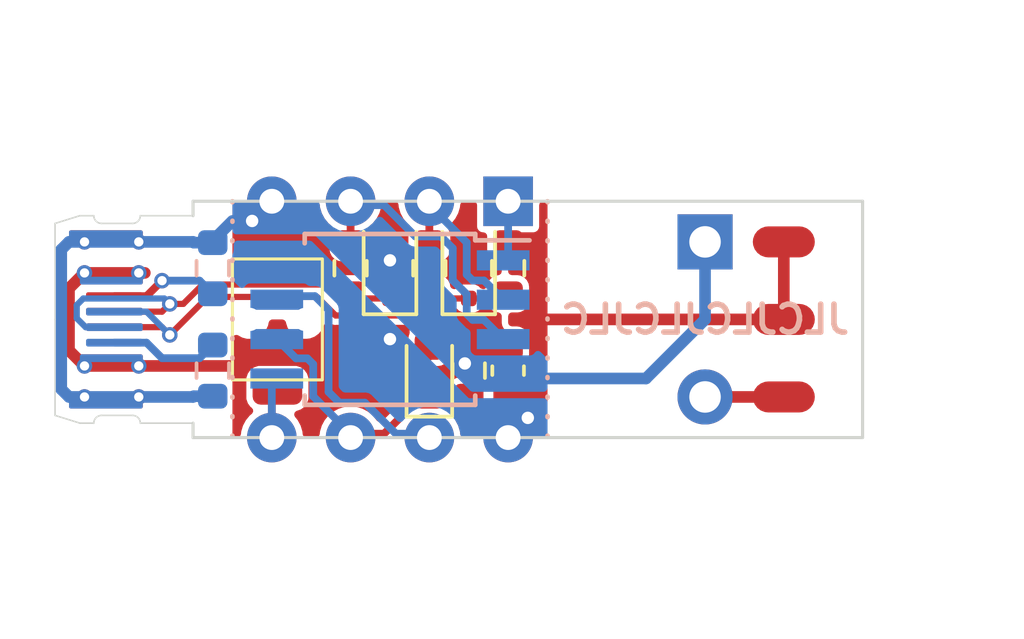
<source format=kicad_pcb>
(kicad_pcb (version 20221018) (generator pcbnew)
  (layers (0 "F.Cu" signal) (31 "B.Cu" signal) (34 "B.Paste" user) (35 "F.Paste" user) (36 "B.SilkS" user "B.Silkscreen") (37 "F.SilkS" user "F.Silkscreen") (38 "B.Mask" user) (39 "F.Mask" user) (44 "Edge.Cuts" user))
  (net 0 "")
  (net 1 "GND")
  (net 2 "PB1")
  (net 3 "D+")
  (net 4 "D-")
  (net 5 "PB0")
  (net 6 "PB2")
  (net 7 "Net-(D1-K)")
  (net 8 "PB4")
  (net 9 "PB3")
  (net 10 "Net-(J1-CC1)")
  (net 11 "Net-(J1-CC2)")
  (net 12 "EN")
  (net 13 "VCC")
  (net 14 "/Vedlc")
  (footprint "Library:sw" (layer "F.Cu") (at 119.05 100)
    (fp_text reference "SW2" hide)
    (fp_text value "SW_SPDT" hide)
    (pad "1" smd roundrect (at 0 -2.5) (size 2 1) (layers "F.Cu" "F.Paste" "F.Mask") (roundrect_rratio 0.5) (net 13 "VCC"))
    (pad "2" smd roundrect (at 0 0) (size 2 1) (layers "F.Cu" "F.Paste" "F.Mask") (roundrect_rratio 0.5) (net 13 "VCC"))
    (pad "3" smd roundrect (at 0 2.5) (size 2 1) (layers "F.Cu" "F.Paste" "F.Mask") (roundrect_rratio 0.5) (net 14 "/Vedlc"))
  )
  (footprint "LED_SMD:LED_0603_1608Metric" (layer "F.Cu") (at 107.62 101.651 90)
    (fp_text reference "D1" hide)
    (fp_text value "LED" hide)
    (fp_line (start -1.485 -0.735) (end -1.485 0.735) (stroke (width 0.12)) (layer "F.SilkS"))
    (fp_line (start -1.485 0.735) (end 0.8 0.735) (stroke (width 0.12)) (layer "F.SilkS"))
    (fp_line (start 0.8 -0.735) (end -1.485 -0.735) (stroke (width 0.12)) (layer "F.SilkS"))
    (pad "1" smd roundrect (at -0.7875 0 90) (size 0.875 0.95) (layers "F.Cu" "F.Paste" "F.Mask") (net 7 "Net-(D1-K)"))
    (pad "2" smd roundrect (at 0.7875 0 90) (size 0.875 0.95) (layers "F.Cu" "F.Paste" "F.Mask") (net 2 "PB1"))
  )
  (footprint "Package_DIP:DIP-8_W7.62mm_Socket" (layer "F.Cu") (at 110.16 96.19 -90)
    (fp_text reference "J2" hide)
    (fp_text value "OUT" hide)
    (pad "1" thru_hole rect (at 0 0 270) (size 1.6 1.6) (drill 0.8) (layers "*.Cu" "*.Mask") (net 12 "EN"))
    (pad "2" thru_hole oval (at 0 2.54 270) (size 1.6 1.6) (drill 0.8) (layers "*.Cu" "*.Mask") (net 9 "PB3"))
    (pad "3" thru_hole oval (at 0 5.08 270) (size 1.6 1.6) (drill 0.8) (layers "*.Cu" "*.Mask") (net 8 "PB4"))
    (pad "4" thru_hole oval (at 0 7.62 270) (size 1.6 1.6) (drill 0.8) (layers "*.Cu" "*.Mask") (net 1 "GND"))
    (pad "5" thru_hole oval (at 7.62 7.62 270) (size 1.6 1.6) (drill 0.8) (layers "*.Cu" "*.Mask") (net 5 "PB0"))
    (pad "6" thru_hole oval (at 7.62 5.08 270) (size 1.6 1.6) (drill 0.8) (layers "*.Cu" "*.Mask") (net 2 "PB1"))
    (pad "7" thru_hole oval (at 7.62 2.54 270) (size 1.6 1.6) (drill 0.8) (layers "*.Cu" "*.Mask") (net 6 "PB2"))
    (pad "8" thru_hole oval (at 7.62 0 270) (size 1.6 1.6) (drill 0.8) (layers "*.Cu" "*.Mask") (net 13 "VCC"))
  )
  (footprint "Resistor_SMD:R_0603_1608Metric" (layer "F.Cu") (at 108.89 101.651 90)
    (fp_text reference "R1" hide)
    (fp_text value "10k" hide)
    (fp_line (start -0.237258 -0.5225) (end 0.237258 -0.5225) (stroke (width 0.12)) (layer "F.SilkS"))
    (fp_line (start -0.237258 0.5225) (end 0.237258 0.5225) (stroke (width 0.12)) (layer "F.SilkS"))
    (pad "1" smd roundrect (at -0.825 0 90) (size 0.8 0.95) (layers "F.Cu" "F.Paste" "F.Mask") (net 7 "Net-(D1-K)"))
    (pad "2" smd roundrect (at 0.825 0 90) (size 0.8 0.95) (layers "F.Cu" "F.Paste" "F.Mask") (net 1 "GND"))
  )
  (footprint "Diode_SMD:D_SOD-323F" (layer "F.Cu") (at 108.89 98.224 90)
    (fp_text reference "D3" hide)
    (fp_text value "3.6" hide)
    (fp_line (start -1.61 -0.85) (end -1.61 0.85) (stroke (width 0.12)) (layer "F.SilkS"))
    (fp_line (start -1.61 -0.85) (end 1.05 -0.85) (stroke (width 0.12)) (layer "F.SilkS"))
    (fp_line (start -1.61 0.85) (end 1.05 0.85) (stroke (width 0.12)) (layer "F.SilkS"))
    (pad "1" smd roundrect (at -1.1 0 90) (size 0.5 0.5) (layers "F.Cu" "F.Paste" "F.Mask") (net 4 "D-"))
    (pad "2" smd roundrect (at 1.1 0 90) (size 0.5 0.5) (layers "F.Cu" "F.Paste" "F.Mask") (net 1 "GND"))
  )
  (footprint "Library:sw_push_smd" (layer "F.Cu") (at 102.72 100 90)
    (fp_text reference "SW1" hide)
    (fp_text value "SW_Push" hide)
    (fp_rect (start -1.95 -1.45) (end 1.95 1.45) (stroke (width 0.1)) (fill none) (layer "F.SilkS"))
    (pad "" np_thru_hole circle (at 0 -0.9 90) (size 0.75 0.75) (drill 0.75) (layers "F&B.Cu" "*.Mask"))
    (pad "" np_thru_hole circle (at 0 0.9 90) (size 0.75 0.75) (drill 0.75) (layers "F&B.Cu" "*.Mask"))
    (pad "1" smd roundrect (at 2.225 0 90) (size 1.05 1.6) (layers "F.Cu" "F.Paste" "F.Mask") (net 1 "GND"))
    (pad "2" smd roundrect (at -2.225 0 90) (size 1.05 1.6) (layers "F.Cu" "F.Paste" "F.Mask") (net 5 "PB0"))
  )
  (footprint "Resistor_SMD:R_0603_1608Metric" (layer "F.Cu") (at 110.16 98.349 -90)
    (fp_text reference "R4" hide)
    (fp_text value "1k5" hide)
    (fp_line (start -0.237258 -0.5225) (end 0.237258 -0.5225) (stroke (width 0.12)) (layer "F.SilkS"))
    (fp_line (start -0.237258 0.5225) (end 0.237258 0.5225) (stroke (width 0.12)) (layer "F.SilkS"))
    (pad "1" smd roundrect (at -0.825 0 270) (size 0.8 0.95) (layers "F.Cu" "F.Paste" "F.Mask") (net 13 "VCC"))
    (pad "2" smd roundrect (at 0.825 0 270) (size 0.8 0.95) (layers "F.Cu" "F.Paste" "F.Mask") (net 4 "D-"))
  )
  (footprint "Resistor_SMD:R_0603_1608Metric" (layer "F.Cu") (at 107.62 98.349 -90)
    (fp_text reference "R2" hide)
    (fp_text value "100" hide)
    (fp_line (start -0.237258 -0.5225) (end 0.237258 -0.5225) (stroke (width 0.12)) (layer "F.SilkS"))
    (fp_line (start -0.237258 0.5225) (end 0.237258 0.5225) (stroke (width 0.12)) (layer "F.SilkS"))
    (pad "1" smd roundrect (at -0.825 0 270) (size 0.8 0.95) (layers "F.Cu" "F.Paste" "F.Mask") (net 9 "PB3"))
    (pad "2" smd roundrect (at 0.825 0 270) (size 0.8 0.95) (layers "F.Cu" "F.Paste" "F.Mask") (net 4 "D-"))
  )
  (footprint "Library:USB-C" (layer "F.Cu") (at 100 100 180)
    (fp_text reference "J1" hide)
    (fp_text value "USB-C" hide)
    (fp_line (start 0 -3.345) (end 1.7 -3.345) (stroke (width 0.05)) (layer "Edge.Cuts"))
    (fp_line (start 0 3.345) (end 1.7 3.345) (stroke (width 0.05)) (layer "Edge.Cuts"))
    (fp_line (start 1.95 -3.095) (end 2.95 -3.095) (stroke (width 0.05)) (layer "Edge.Cuts"))
    (fp_line (start 1.95 3.095) (end 2.95 3.095) (stroke (width 0.05)) (layer "Edge.Cuts"))
    (fp_line (start 3.2 -3.345) (end 3.65 -3.345) (stroke (width 0.05)) (layer "Edge.Cuts"))
    (fp_line (start 3.2 3.345) (end 3.65 3.345) (stroke (width 0.05)) (layer "Edge.Cuts"))
    (fp_line (start 3.65 -3.345) (end 4.45 -3.095) (stroke (width 0.05)) (layer "Edge.Cuts"))
    (fp_line (start 3.65 3.345) (end 4.45 3.095) (stroke (width 0.05)) (layer "Edge.Cuts"))
    (fp_line (start 4.45 -3.095) (end 4.45 0) (stroke (width 0.05)) (layer "Edge.Cuts"))
    (fp_line (start 4.45 3.095) (end 4.45 0) (stroke (width 0.05)) (layer "Edge.Cuts"))
    (fp_arc (start 1.7 3.345) (mid 1.773223 3.168223) (end 1.95 3.095) (stroke (width 0.05)) (layer "Edge.Cuts"))
    (fp_arc (start 1.95 -3.095) (mid 1.773223 -3.168223) (end 1.7 -3.345) (stroke (width 0.05)) (layer "Edge.Cuts"))
    (fp_arc (start 2.95 3.095) (mid 3.126777 3.168223) (end 3.2 3.345) (stroke (width 0.05)) (layer "Edge.Cuts"))
    (fp_arc (start 3.2 -3.345) (mid 3.126777 -3.168223) (end 2.95 -3.095) (stroke (width 0.05)) (layer "Edge.Cuts"))
    (pad "1" smd roundrect (at 2.81 -2.75 180) (size 2.38 0.25) (layers "F.Cu" "F.Paste" "F.Mask") (net 1 "GND"))
    (pad "1" smd roundrect (at 2.81 -2.75 180) (size 2.38 0.25) (layers "B.Cu" "B.Paste" "B.Mask") (net 1 "GND"))
    (pad "1" smd roundrect (at 2.81 2.75 180) (size 2.38 0.25) (layers "F.Cu" "F.Paste" "F.Mask") (net 1 "GND"))
    (pad "1" smd roundrect (at 2.81 2.75 180) (size 2.38 0.25) (layers "B.Cu" "B.Paste" "B.Mask") (net 1 "GND"))
    (pad "2" smd roundrect (at 2.535 -0.25 180) (size 1.83 0.25) (layers "B.Cu" "B.Paste" "B.Mask") (net 3 "D+"))
    (pad "2" smd roundrect (at 2.535 0.25 180) (size 1.83 0.25) (layers "F.Cu" "F.Paste" "F.Mask") (net 3 "D+"))
    (pad "3" smd roundrect (at 2.535 -0.25 180) (size 1.83 0.25) (layers "F.Cu" "F.Paste" "F.Mask") (net 4 "D-"))
    (pad "3" smd roundrect (at 2.535 0.25 180) (size 1.83 0.25) (layers "B.Cu" "B.Paste" "B.Mask") (net 4 "D-"))
    (pad "4" smd roundrect (at 2.635 -1.25 180) (size 2.03 0.25) (layers "F.Cu" "F.Paste" "F.Mask") (net 13 "VCC"))
    (pad "4" smd roundrect (at 2.635 -1.25 180) (size 2.03 0.25) (layers "B.Cu" "B.Paste" "B.Mask") (net 13 "VCC"))
    (pad "4" smd roundrect (at 2.635 1.25 180) (size 2.03 0.25) (layers "F.Cu" "F.Paste" "F.Mask") (net 13 "VCC"))
    (pad "4" smd roundrect (at 2.635 1.25 180) (size 2.03 0.25) (layers "B.Cu" "B.Paste" "B.Mask") (net 13 "VCC"))
    (pad "5" smd roundrect (at 2.535 0.75 180) (size 1.83 0.25) (layers "F.Cu" "F.Paste" "F.Mask") (net 10 "Net-(J1-CC1)"))
    (pad "6" smd roundrect (at 2.535 -0.75 180) (size 1.83 0.25) (layers "B.Cu" "B.Paste" "B.Mask") (net 11 "Net-(J1-CC2)"))
  )
  (footprint "Capacitor_SMD:C_0603_1608Metric" (layer "F.Cu") (at 110.16 101.651 90)
    (fp_text reference "C1" hide)
    (fp_text value "4u7" hide)
    (fp_line (start -0.14058 -0.51) (end 0.14058 -0.51) (stroke (width 0.12)) (layer "F.SilkS"))
    (fp_line (start -0.14058 0.51) (end 0.14058 0.51) (stroke (width 0.12)) (layer "F.SilkS"))
    (pad "1" smd roundrect (at -0.775 0 90) (size 0.9 0.95) (layers "F.Cu" "F.Paste" "F.Mask") (net 13 "VCC"))
    (pad "2" smd roundrect (at 0.775 0 90) (size 0.9 0.95) (layers "F.Cu" "F.Paste" "F.Mask") (net 1 "GND"))
  )
  (footprint "Diode_SMD:D_SOD-323F" (layer "F.Cu") (at 106.35 98.224 90)
    (fp_text reference "D2" hide)
    (fp_text value "3.6" hide)
    (fp_line (start -1.61 -0.85) (end -1.61 0.85) (stroke (width 0.12)) (layer "F.SilkS"))
    (fp_line (start -1.61 -0.85) (end 1.05 -0.85) (stroke (width 0.12)) (layer "F.SilkS"))
    (fp_line (start -1.61 0.85) (end 1.05 0.85) (stroke (width 0.12)) (layer "F.SilkS"))
    (pad "1" smd roundrect (at -1.1 0 90) (size 0.5 0.5) (layers "F.Cu" "F.Paste" "F.Mask") (net 3 "D+"))
    (pad "2" smd roundrect (at 1.1 0 90) (size 0.5 0.5) (layers "F.Cu" "F.Paste" "F.Mask") (net 1 "GND"))
  )
  (footprint "Library:edlc" (layer "F.Cu") (at 116.51 100 180)
    (fp_text reference "C2" hide)
    (fp_text value "1F5" hide)
    (pad "1" thru_hole circle (at 0 -2.5 180) (size 1.778 1.778) (drill 1.016) (layers "*.Cu" "*.Mask") (net 14 "/Vedlc"))
    (pad "2" thru_hole rect (at 0 2.5 180) (size 1.778 1.778) (drill 1.016) (layers "*.Cu" "*.Mask") (net 1 "GND"))
  )
  (footprint "Resistor_SMD:R_0603_1608Metric" (layer "F.Cu") (at 105.08 98.349 90)
    (fp_text reference "R3" hide)
    (fp_text value "100" hide)
    (fp_line (start -0.237258 -0.5225) (end 0.237258 -0.5225) (stroke (width 0.12)) (layer "F.SilkS"))
    (fp_line (start -0.237258 0.5225) (end 0.237258 0.5225) (stroke (width 0.12)) (layer "F.SilkS"))
    (pad "1" smd roundrect (at -0.825 0 90) (size 0.8 0.95) (layers "F.Cu" "F.Paste" "F.Mask") (net 3 "D+"))
    (pad "2" smd roundrect (at 0.825 0 90) (size 0.8 0.95) (layers "F.Cu" "F.Paste" "F.Mask") (net 8 "PB4"))
  )
  (footprint "Resistor_SMD:R_0603_1608Metric" (layer "B.Cu") (at 100.635 101.651 -90)
    (fp_text reference "R6" hide)
    (fp_text value "5k1" hide)
    (fp_line (start -0.237258 -0.5225) (end 0.237258 -0.5225) (stroke (width 0.12)) (layer "B.SilkS"))
    (fp_line (start -0.237258 0.5225) (end 0.237258 0.5225) (stroke (width 0.12)) (layer "B.SilkS"))
    (pad "1" smd roundrect (at -0.825 0 270) (size 0.8 0.95) (layers "B.Cu" "B.Paste" "B.Mask") (net 11 "Net-(J1-CC2)"))
    (pad "2" smd roundrect (at 0.825 0 270) (size 0.8 0.95) (layers "B.Cu" "B.Paste" "B.Mask") (net 1 "GND"))
  )
  (footprint "Package_SO:SOIC-8W_5.3x5.3mm_P1.27mm" (layer "B.Cu") (at 106.35 100 180)
    (fp_text reference "U1" hide)
    (fp_text value "ATtiny85-20S" hide)
    (fp_line (start -2.75 -2.755) (end -2.75 -2.455) (stroke (width 0.15)) (layer "B.SilkS"))
    (fp_line (start -2.75 -2.755) (end 2.75 -2.755) (stroke (width 0.15)) (layer "B.SilkS"))
    (fp_line (start -2.75 2.55) (end -4.5 2.55) (stroke (width 0.15)) (layer "B.SilkS"))
    (fp_line (start -2.75 2.755) (end -2.75 2.55) (stroke (width 0.15)) (layer "B.SilkS"))
    (fp_line (start -2.75 2.755) (end 2.75 2.755) (stroke (width 0.15)) (layer "B.SilkS"))
    (fp_line (start 2.75 -2.755) (end 2.75 -2.455) (stroke (width 0.15)) (layer "B.SilkS"))
    (fp_line (start 2.75 2.755) (end 2.75 2.455) (stroke (width 0.15)) (layer "B.SilkS"))
    (pad "1" smd rect (at -3.65 1.905 180) (size 1.7 0.65) (layers "B.Cu" "B.Paste" "B.Mask") (net 12 "EN"))
    (pad "2" smd rect (at -3.65 0.635 180) (size 1.7 0.65) (layers "B.Cu" "B.Paste" "B.Mask") (net 9 "PB3"))
    (pad "3" smd rect (at -3.65 -0.635 180) (size 1.7 0.65) (layers "B.Cu" "B.Paste" "B.Mask") (net 8 "PB4"))
    (pad "4" smd rect (at -3.65 -1.905 180) (size 1.7 0.65) (layers "B.Cu" "B.Paste" "B.Mask") (net 1 "GND"))
    (pad "5" smd rect (at 3.65 -1.905 180) (size 1.7 0.65) (layers "B.Cu" "B.Paste" "B.Mask") (net 5 "PB0"))
    (pad "6" smd rect (at 3.65 -0.635 180) (size 1.7 0.65) (layers "B.Cu" "B.Paste" "B.Mask") (net 2 "PB1"))
    (pad "7" smd rect (at 3.65 0.635 180) (size 1.7 0.65) (layers "B.Cu" "B.Paste" "B.Mask") (net 6 "PB2"))
    (pad "8" smd rect (at 3.65 1.905 180) (size 1.7 0.65) (layers "B.Cu" "B.Paste" "B.Mask") (net 13 "VCC"))
  )
  (footprint "Resistor_SMD:R_0603_1608Metric" (layer "B.Cu") (at 100.635 98.349 90)
    (fp_text reference "R5" hide)
    (fp_text value "5k1" hide)
    (fp_line (start -0.237258 -0.5225) (end 0.237258 -0.5225) (stroke (width 0.12)) (layer "B.SilkS"))
    (fp_line (start -0.237258 0.5225) (end 0.237258 0.5225) (stroke (width 0.12)) (layer "B.SilkS"))
    (pad "1" smd roundrect (at -0.825 0 90) (size 0.8 0.95) (layers "B.Cu" "B.Paste" "B.Mask") (net 10 "Net-(J1-CC1)"))
    (pad "2" smd roundrect (at 0.825 0 90) (size 0.8 0.95) (layers "B.Cu" "B.Paste" "B.Mask") (net 1 "GND"))
  )
  (gr_line (start 111.43 96.19) (end 111.43 103.81) (stroke (width 0.15) (type dot)) (layer "B.SilkS"))
  (gr_line (start 101.27 96.19) (end 101.27 103.81) (stroke (width 0.15) (type dot)) (layer "B.SilkS"))
  (gr_line (start 111.43 103.81) (end 100 103.81) (stroke (width 0.1)) (layer "Edge.Cuts"))
  (gr_line (start 100 103.345) (end 100 103.81) (stroke (width 0.1)) (layer "Edge.Cuts"))
  (gr_line (start 121.59 103.81) (end 121.59 96.19) (stroke (width 0.1)) (layer "Edge.Cuts"))
  (gr_line (start 100 96.19) (end 111.43 96.19) (stroke (width 0.1)) (layer "Edge.Cuts"))
  (gr_line (start 100 96.19) (end 100 96.655) (stroke (width 0.1)) (layer "Edge.Cuts"))
  (gr_line (start 111.43 103.81) (end 121.59 103.81) (stroke (width 0.1)) (layer "Edge.Cuts"))
  (gr_line (start 111.43 96.19) (end 121.59 96.19) (stroke (width 0.1)) (layer "Edge.Cuts"))
  (gr_text "JLCJLCJLCJLC" (at 116.51 100) (layer "B.SilkS") (effects (font (size 0.9 0.9) (thickness 0.18) bold) (justify mirror)))
  (via (at 106.35 98.095) (size 0.8) (drill 0.4) (layers "F.Cu" "B.Cu") (net 1))
  (via (at 108.764754 101.419332) (size 0.8) (drill 0.4) (layers "F.Cu" "B.Cu") (net 1))
  (via (at 98.25 97.5) (size 0.5) (drill 0.3) (layers "F.Cu" "B.Cu") (net 1))
  (via (at 96.5 102.5) (size 0.5) (drill 0.3) (layers "F.Cu" "B.Cu") (net 1))
  (via (at 101.905 96.825) (size 0.8) (drill 0.4) (layers "F.Cu" "B.Cu") (net 1))
  (via (at 96.5 97.5) (size 0.5) (drill 0.3) (layers "F.Cu" "B.Cu") (net 1))
  (via (at 98.25 102.5) (size 0.5) (drill 0.3) (layers "F.Cu" "B.Cu") (net 1))
  (segment (start 116.51 97.5) (end 116.51 100) (width 0.375) (layer "B.Cu") (net 1))
  (segment (start 100.635 97.524) (end 100.024 97.524) (width 0.375) (layer "B.Cu") (net 1))
  (segment (start 100 97.5) (end 96 97.5) (width 0.375) (layer "B.Cu") (net 1))
  (segment (start 114.605 101.905) (end 111.43 101.905) (width 0.375) (layer "B.Cu") (net 1))
  (segment (start 96 102.5) (end 100 102.5) (width 0.375) (layer "B.Cu") (net 1))
  (segment (start 100.635 102.476) (end 100.024 102.476) (width 0.375) (layer "B.Cu") (net 1))
  (segment (start 95.75 102.25) (end 96 102.5) (width 0.375) (layer "B.Cu") (net 1))
  (segment (start 100.024 97.524) (end 100 97.5) (width 0.375) (layer "B.Cu") (net 1))
  (segment (start 95.75 97.75) (end 95.75 102.25) (width 0.375) (layer "B.Cu") (net 1))
  (segment (start 116.51 100) (end 114.605 101.905) (width 0.375) (layer "B.Cu") (net 1))
  (segment (start 100.635 97.524) (end 100.635 97.46) (width 0.375) (layer "B.Cu") (net 1))
  (segment (start 96 97.5) (end 95.75 97.75) (width 0.375) (layer "B.Cu") (net 1))
  (segment (start 100.635 97.46) (end 101.27 96.825) (width 0.375) (layer "B.Cu") (net 1))
  (segment (start 100.024 102.476) (end 100 102.5) (width 0.375) (layer "B.Cu") (net 1))
  (segment (start 106.161122 103.685) (end 105.08 103.685) (width 0.25) (layer "F.Cu") (net 2))
  (segment (start 107.62 100.8635) (end 107.62 101.19452) (width 0.25) (layer "F.Cu") (net 2))
  (segment (start 106.82 103.026122) (end 106.161122 103.685) (width 0.25) (layer "F.Cu") (net 2))
  (segment (start 107.62 101.19452) (end 106.82 101.99452) (width 0.25) (layer "F.Cu") (net 2))
  (segment (start 106.82 101.99452) (end 106.82 103.026122) (width 0.25) (layer "F.Cu") (net 2))
  (segment (start 103.875 101.44538) (end 103.875 102.48) (width 0.25) (layer "B.Cu") (net 2))
  (segment (start 102.7 100.635) (end 103.32 101.255) (width 0.25) (layer "B.Cu") (net 2))
  (segment (start 103.32 101.255) (end 103.68462 101.255) (width 0.25) (layer "B.Cu") (net 2))
  (segment (start 103.875 102.48) (end 105.08 103.685) (width 0.25) (layer "B.Cu") (net 2))
  (segment (start 103.68462 101.255) (end 103.875 101.44538) (width 0.25) (layer "B.Cu") (net 2))
  (segment (start 104.46358 99.174) (end 104.164579 98.875) (width 0.2) (layer "F.Cu") (net 3))
  (segment (start 104.164579 98.875) (end 100.309314 98.875) (width 0.2) (layer "F.Cu") (net 3))
  (segment (start 105.08 99.174) (end 105.23 99.324) (width 0.2) (layer "F.Cu") (net 3))
  (segment (start 97.465 99.75) (end 99 99.75) (width 0.2) (layer "F.Cu") (net 3))
  (segment (start 99.684314 99.5) (end 99.25 99.5) (width 0.2) (layer "F.Cu") (net 3))
  (segment (start 99 99.75) (end 99.25 99.5) (width 0.2) (layer "F.Cu") (net 3))
  (segment (start 105.08 99.174) (end 104.46358 99.174) (width 0.2) (layer "F.Cu") (net 3))
  (segment (start 105.23 99.324) (end 106.35 99.324) (width 0.2) (layer "F.Cu") (net 3))
  (segment (start 100.309314 98.875) (end 99.684314 99.5) (width 0.2) (layer "F.Cu") (net 3))
  (via (at 99.25 99.5) (size 0.5) (drill 0.3) (layers "F.Cu" "B.Cu") (net 3))
  (segment (start 99.075 99.325) (end 96.462346 99.325) (width 0.2) (layer "B.Cu") (net 3))
  (segment (start 96.462346 99.325) (end 96.25 99.537346) (width 0.2) (layer "B.Cu") (net 3))
  (segment (start 96.25 99.962654) (end 96.537346 100.25) (width 0.2) (layer "B.Cu") (net 3))
  (segment (start 96.25 99.537346) (end 96.25 99.962654) (width 0.2) (layer "B.Cu") (net 3))
  (segment (start 96.537346 100.25) (end 97.465 100.25) (width 0.2) (layer "B.Cu") (net 3))
  (segment (start 99.25 99.5) (end 99.075 99.325) (width 0.2) (layer "B.Cu") (net 3))
  (segment (start 107.77 99.324) (end 108.89 99.324) (width 0.2) (layer "F.Cu") (net 4))
  (segment (start 108.89 99.324) (end 110.01 99.324) (width 0.2) (layer "F.Cu") (net 4))
  (segment (start 107.62 99.174) (end 106.92 99.874) (width 0.2) (layer "F.Cu") (net 4))
  (segment (start 110.01 99.324) (end 110.16 99.174) (width 0.2) (layer "F.Cu") (net 4))
  (segment (start 104.597894 99.874) (end 103.998894 99.275) (width 0.2) (layer "F.Cu") (net 4))
  (segment (start 97.465 100.25) (end 99 100.25) (width 0.2) (layer "F.Cu") (net 4))
  (segment (start 107.62 99.174) (end 107.77 99.324) (width 0.2) (layer "F.Cu") (net 4))
  (segment (start 106.92 99.874) (end 104.597894 99.874) (width 0.2) (layer "F.Cu") (net 4))
  (segment (start 103.998894 99.275) (end 100.475 99.275) (width 0.2) (layer "F.Cu") (net 4))
  (segment (start 99 100.25) (end 99.25 100.5) (width 0.2) (layer "F.Cu") (net 4))
  (segment (start 100.475 99.275) (end 99.25 100.5) (width 0.2) (layer "F.Cu") (net 4))
  (via (at 99.25 100.5) (size 0.5) (drill 0.3) (layers "F.Cu" "B.Cu") (net 4))
  (segment (start 99.25 100.5) (end 98.5 99.75) (width 0.2) (layer "B.Cu") (net 4))
  (segment (start 98.5 99.75) (end 97.465 99.75) (width 0.2) (layer "B.Cu") (net 4))
  (segment (start 102.54 102.405) (end 102.54 103.685) (width 0.25) (layer "F.Cu") (net 5))
  (segment (start 102.72 102.225) (end 102.54 102.405) (width 0.25) (layer "F.Cu") (net 5))
  (segment (start 102.7 101.905) (end 102.54 102.065) (width 0.25) (layer "B.Cu") (net 5))
  (segment (start 102.54 102.065) (end 102.54 103.685) (width 0.25) (layer "B.Cu") (net 5))
  (segment (start 106.538878 103.685) (end 107.62 103.685) (width 0.25) (layer "B.Cu") (net 6))
  (segment (start 104.37 99.68934) (end 104.37 102.338604) (width 0.25) (layer "B.Cu") (net 6))
  (segment (start 104.716396 102.685) (end 105.538878 102.685) (width 0.25) (layer "B.Cu") (net 6))
  (segment (start 105.538878 102.685) (end 106.538878 103.685) (width 0.25) (layer "B.Cu") (net 6))
  (segment (start 102.815 99.25) (end 103.93066 99.25) (width 0.25) (layer "B.Cu") (net 6))
  (segment (start 103.93066 99.25) (end 104.37 99.68934) (width 0.25) (layer "B.Cu") (net 6))
  (segment (start 104.37 102.338604) (end 104.716396 102.685) (width 0.25) (layer "B.Cu") (net 6))
  (segment (start 102.7 99.365) (end 102.815 99.25) (width 0.25) (layer "B.Cu") (net 6))
  (segment (start 107.62 102.4385) (end 107.6575 102.476) (width 0.25) (layer "F.Cu") (net 7))
  (segment (start 107.6575 102.476) (end 108.89 102.476) (width 0.25) (layer "F.Cu") (net 7))
  (segment (start 105.08 97.463) (end 105.08 96.315) (width 0.25) (layer "F.Cu") (net 8))
  (segment (start 109.38 100.015) (end 110 100.635) (width 0.25) (layer "B.Cu") (net 8))
  (segment (start 108.825 99.82462) (end 109.01538 100.015) (width 0.25) (layer "B.Cu") (net 8))
  (segment (start 108.375 97.706396) (end 108.375 98.741016) (width 0.25) (layer "B.Cu") (net 8))
  (segment (start 105.08 96.315) (end 106.161122 96.315) (width 0.25) (layer "B.Cu") (net 8))
  (segment (start 108.375 98.741016) (end 108.825 99.191016) (width 0.25) (layer "B.Cu") (net 8))
  (segment (start 107.17 97.323878) (end 107.992482 97.323878) (width 0.25) (layer "B.Cu") (net 8))
  (segment (start 109.01538 100.015) (end 109.38 100.015) (width 0.25) (layer "B.Cu") (net 8))
  (segment (start 107.992482 97.323878) (end 108.375 97.706396) (width 0.25) (layer "B.Cu") (net 8))
  (segment (start 106.161122 96.315) (end 107.17 97.323878) (width 0.25) (layer "B.Cu") (net 8))
  (segment (start 108.825 99.191016) (end 108.825 99.82462) (width 0.25) (layer "B.Cu") (net 8))
  (segment (start 107.62 97.463) (end 107.62 96.315) (width 0.25) (layer "F.Cu") (net 9))
  (segment (start 110 99.365) (end 109.38 98.745) (width 0.25) (layer "B.Cu") (net 9))
  (segment (start 109.38 98.745) (end 109.01538 98.745) (width 0.25) (layer "B.Cu") (net 9))
  (segment (start 108.825 97.52) (end 107.62 96.315) (width 0.25) (layer "B.Cu") (net 9))
  (segment (start 109.01538 98.745) (end 108.825 98.55462) (width 0.25) (layer "B.Cu") (net 9))
  (segment (start 108.825 98.55462) (end 108.825 97.52) (width 0.25) (layer "B.Cu") (net 9))
  (segment (start 97.465 99.25) (end 98.5 99.25) (width 0.25) (layer "F.Cu") (net 10))
  (segment (start 98.5 99.25) (end 99 98.75) (width 0.25) (layer "F.Cu") (net 10))
  (via (at 99 98.75) (size 0.5) (drill 0.3) (layers "F.Cu" "B.Cu") (net 10))
  (segment (start 100.635 99.174) (end 100.211 98.75) (width 0.25) (layer "B.Cu") (net 10))
  (segment (start 100.211 98.75) (end 99 98.75) (width 0.25) (layer "B.Cu") (net 10))
  (segment (start 100.635 100.826) (end 100.211 101.25) (width 0.25) (layer "B.Cu") (net 11))
  (segment (start 100.211 101.25) (end 99 101.25) (width 0.25) (layer "B.Cu") (net 11))
  (segment (start 98.5 100.75) (end 97.465 100.75) (width 0.25) (layer "B.Cu") (net 11))
  (segment (start 99 101.25) (end 98.5 100.75) (width 0.25) (layer "B.Cu") (net 11))
  (segment (start 110.16 97.8742) (end 110.16 96.315) (width 0.25) (layer "B.Cu") (net 12))
  (segment (start 109.9492 98.085) (end 110.16 97.8742) (width 0.25) (layer "B.Cu") (net 12))
  (segment (start 96.5 101.5) (end 101.27 101.5) (width 0.375) (layer "F.Cu") (net 13))
  (segment (start 96.5 98.5) (end 96 99) (width 0.375) (layer "F.Cu") (net 13))
  (segment (start 119.05 100) (end 119.05 97.5) (width 0.375) (layer "F.Cu") (net 13))
  (segment (start 96 101) (end 96.5 101.5) (width 0.375) (layer "F.Cu") (net 13))
  (segment (start 96 99) (end 96 101) (width 0.375) (layer "F.Cu") (net 13))
  (segment (start 98.445 98.5) (end 96.5 98.5) (width 0.375) (layer "F.Cu") (net 13))
  (segment (start 111.43 100) (end 119.05 100) (width 0.375) (layer "F.Cu") (net 13))
  (via (at 98.25 101.5) (size 0.5) (drill 0.3) (layers "F.Cu" "B.Cu") (net 13))
  (via (at 106.35 100.635) (size 0.8) (drill 0.4) (layers "F.Cu" "B.Cu") (net 13))
  (via (at 110.795 103.175) (size 0.8) (drill 0.4) (layers "F.Cu" "B.Cu") (net 13))
  (via (at 96.5 101.5) (size 0.5) (drill 0.3) (layers "F.Cu" "B.Cu") (net 13))
  (via (at 96.5 98.5) (size 0.5) (drill 0.3) (layers "F.Cu" "B.Cu") (net 13))
  (via (at 98.25 98.5) (size 0.5) (drill 0.3) (layers "F.Cu" "B.Cu") (net 13))
  (segment (start 116.51 102.5) (end 119.05 102.5) (width 0.375) (layer "F.Cu") (net 14))
  (zone (net 1) (net_name "GND") (layer "F.Cu") (connect_pads yes (clearance 0.2)) (min_thickness 0.25) (fill yes (thermal_gap 0.2) (thermal_bridge_width 0.25))
    (polygon (pts (xy 101.27 96.19) (xy 110.16 96.19) (xy 110.16 102.54) (xy 106.985 102.54) (xy 106.985 100) (xy 101.27 100)))
  )
  (zone (net 13) (net_name "VCC") (layer "F.Cu") (priority 2) (connect_pads yes (clearance 0.2)) (min_thickness 0.25) (fill yes (thermal_gap 0.2) (thermal_bridge_width 0.25))
    (polygon (pts (xy 101.27 100) (xy 106.985 100) (xy 106.985 102.54) (xy 110.16 102.54) (xy 110.16 96.19) (xy 111.43 96.19) (xy 111.43 103.81) (xy 101.27 103.81)))
  )
  (zone (net 13) (net_name "VCC") (layer "B.Cu") (priority 3) (connect_pads yes (clearance 0.2)) (min_thickness 0.25) (fill yes (thermal_gap 0.2) (thermal_bridge_width 0.25))
    (polygon (pts (xy 101.27 97.46) (xy 103.81 97.46) (xy 108.89 102.54) (xy 111.43 102.54) (xy 111.43 103.81) (xy 102.54 103.81) (xy 102.54 100) (xy 101.27 98.73)))
  )
  (zone (net 1) (net_name "GND") (layer "B.Cu") (priority 1) (connect_pads yes (clearance 0.2)) (min_thickness 0.25) (fill yes (thermal_gap 0.2) (thermal_bridge_width 0.25))
    (polygon (pts (xy 108.89 102.54) (xy 103.81 97.46) (xy 101.27 97.46) (xy 101.27 96.19) (xy 110.16 96.19) (xy 110.16 100) (xy 111.43 101.27) (xy 111.43 102.54)))
  )
)
</source>
